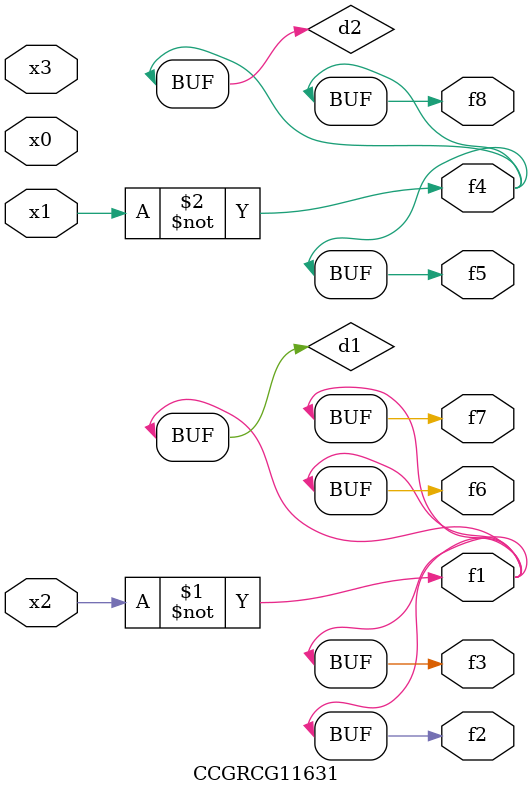
<source format=v>
module CCGRCG11631(
	input x0, x1, x2, x3,
	output f1, f2, f3, f4, f5, f6, f7, f8
);

	wire d1, d2;

	xnor (d1, x2);
	not (d2, x1);
	assign f1 = d1;
	assign f2 = d1;
	assign f3 = d1;
	assign f4 = d2;
	assign f5 = d2;
	assign f6 = d1;
	assign f7 = d1;
	assign f8 = d2;
endmodule

</source>
